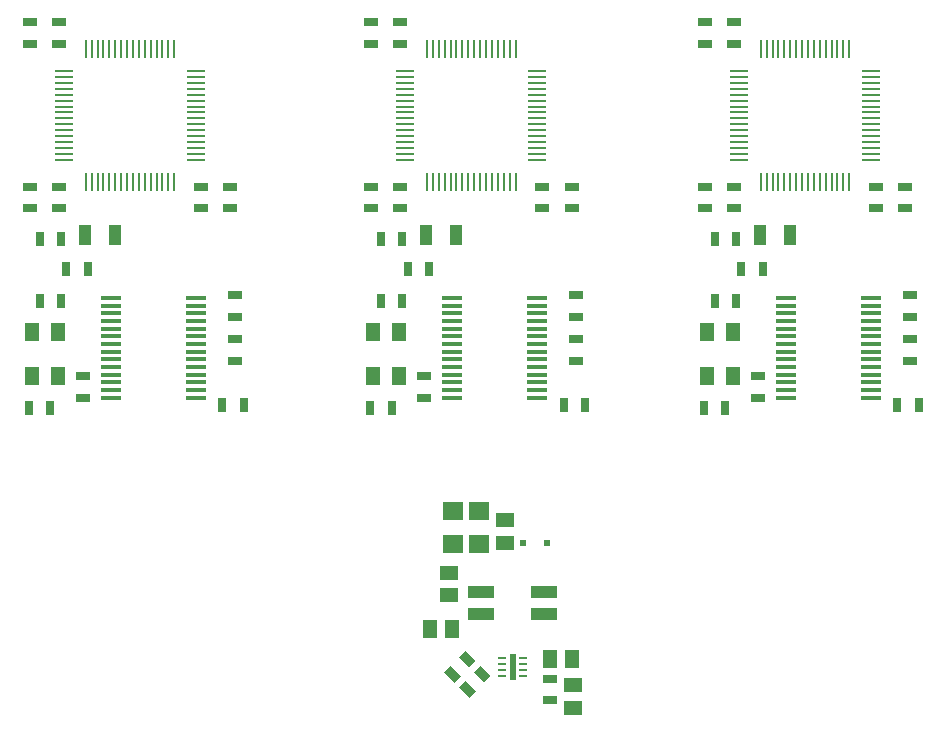
<source format=gtp>
G75*
%MOIN*%
%OFA0B0*%
%FSLAX25Y25*%
%IPPOS*%
%LPD*%
%AMOC8*
5,1,8,0,0,1.08239X$1,22.5*
%
%ADD10R,0.06102X0.00984*%
%ADD11R,0.00984X0.06102*%
%ADD12R,0.06890X0.01575*%
%ADD13R,0.03937X0.07087*%
%ADD14R,0.04724X0.03150*%
%ADD15R,0.03150X0.04724*%
%ADD16R,0.04921X0.06299*%
%ADD17R,0.00984X0.03937*%
%ADD18R,0.03937X0.00984*%
%ADD19R,0.02402X0.08661*%
%ADD20R,0.02756X0.00984*%
%ADD21R,0.05118X0.05906*%
%ADD22R,0.05906X0.05118*%
%ADD23R,0.01969X0.01969*%
%ADD24R,0.08661X0.03937*%
%ADD25R,0.07087X0.06299*%
D10*
X0118356Y0320640D03*
X0118356Y0322608D03*
X0118356Y0324577D03*
X0118356Y0326545D03*
X0118356Y0328514D03*
X0118356Y0330482D03*
X0118356Y0332451D03*
X0118356Y0334419D03*
X0118356Y0336388D03*
X0118356Y0338356D03*
X0118356Y0340325D03*
X0118356Y0342293D03*
X0118356Y0344262D03*
X0118356Y0346230D03*
X0118356Y0348199D03*
X0118356Y0350167D03*
X0162451Y0350167D03*
X0162451Y0348199D03*
X0162451Y0346230D03*
X0162451Y0344262D03*
X0162451Y0342293D03*
X0162451Y0340325D03*
X0162451Y0338356D03*
X0162451Y0336388D03*
X0162451Y0334419D03*
X0162451Y0332451D03*
X0162451Y0330482D03*
X0162451Y0328514D03*
X0162451Y0326545D03*
X0162451Y0324577D03*
X0162451Y0322608D03*
X0162451Y0320640D03*
X0232106Y0320640D03*
X0232106Y0322608D03*
X0232106Y0324577D03*
X0232106Y0326545D03*
X0232106Y0328514D03*
X0232106Y0330482D03*
X0232106Y0332451D03*
X0232106Y0334419D03*
X0232106Y0336388D03*
X0232106Y0338356D03*
X0232106Y0340325D03*
X0232106Y0342293D03*
X0232106Y0344262D03*
X0232106Y0346230D03*
X0232106Y0348199D03*
X0232106Y0350167D03*
X0276201Y0350167D03*
X0276201Y0348199D03*
X0276201Y0346230D03*
X0276201Y0344262D03*
X0276201Y0342293D03*
X0276201Y0340325D03*
X0276201Y0338356D03*
X0276201Y0336388D03*
X0276201Y0334419D03*
X0276201Y0332451D03*
X0276201Y0330482D03*
X0276201Y0328514D03*
X0276201Y0326545D03*
X0276201Y0324577D03*
X0276201Y0322608D03*
X0276201Y0320640D03*
X0343356Y0320640D03*
X0343356Y0322608D03*
X0343356Y0324577D03*
X0343356Y0326545D03*
X0343356Y0328514D03*
X0343356Y0330482D03*
X0343356Y0332451D03*
X0343356Y0334419D03*
X0343356Y0336388D03*
X0343356Y0338356D03*
X0343356Y0340325D03*
X0343356Y0342293D03*
X0343356Y0344262D03*
X0343356Y0346230D03*
X0343356Y0348199D03*
X0343356Y0350167D03*
X0387451Y0350167D03*
X0387451Y0348199D03*
X0387451Y0346230D03*
X0387451Y0344262D03*
X0387451Y0342293D03*
X0387451Y0340325D03*
X0387451Y0338356D03*
X0387451Y0336388D03*
X0387451Y0334419D03*
X0387451Y0332451D03*
X0387451Y0330482D03*
X0387451Y0328514D03*
X0387451Y0326545D03*
X0387451Y0324577D03*
X0387451Y0322608D03*
X0387451Y0320640D03*
D11*
X0380167Y0313356D03*
X0378199Y0313356D03*
X0376230Y0313356D03*
X0374262Y0313356D03*
X0372293Y0313356D03*
X0370325Y0313356D03*
X0368356Y0313356D03*
X0366388Y0313356D03*
X0364419Y0313356D03*
X0362451Y0313356D03*
X0360482Y0313356D03*
X0358514Y0313356D03*
X0356545Y0313356D03*
X0354577Y0313356D03*
X0352608Y0313356D03*
X0350640Y0313356D03*
X0350640Y0357451D03*
X0352608Y0357451D03*
X0354577Y0357451D03*
X0356545Y0357451D03*
X0358514Y0357451D03*
X0360482Y0357451D03*
X0362451Y0357451D03*
X0364419Y0357451D03*
X0366388Y0357451D03*
X0368356Y0357451D03*
X0370325Y0357451D03*
X0372293Y0357451D03*
X0374262Y0357451D03*
X0376230Y0357451D03*
X0378199Y0357451D03*
X0380167Y0357451D03*
X0268917Y0357451D03*
X0266949Y0357451D03*
X0264980Y0357451D03*
X0263012Y0357451D03*
X0261043Y0357451D03*
X0259075Y0357451D03*
X0257106Y0357451D03*
X0255138Y0357451D03*
X0253169Y0357451D03*
X0251201Y0357451D03*
X0249232Y0357451D03*
X0247264Y0357451D03*
X0245295Y0357451D03*
X0243327Y0357451D03*
X0241358Y0357451D03*
X0239390Y0357451D03*
X0239390Y0313356D03*
X0241358Y0313356D03*
X0243327Y0313356D03*
X0245295Y0313356D03*
X0247264Y0313356D03*
X0249232Y0313356D03*
X0251201Y0313356D03*
X0253169Y0313356D03*
X0255138Y0313356D03*
X0257106Y0313356D03*
X0259075Y0313356D03*
X0261043Y0313356D03*
X0263012Y0313356D03*
X0264980Y0313356D03*
X0266949Y0313356D03*
X0268917Y0313356D03*
X0155167Y0313356D03*
X0153199Y0313356D03*
X0151230Y0313356D03*
X0149262Y0313356D03*
X0147293Y0313356D03*
X0145325Y0313356D03*
X0143356Y0313356D03*
X0141388Y0313356D03*
X0139419Y0313356D03*
X0137451Y0313356D03*
X0135482Y0313356D03*
X0133514Y0313356D03*
X0131545Y0313356D03*
X0129577Y0313356D03*
X0127608Y0313356D03*
X0125640Y0313356D03*
X0125640Y0357451D03*
X0127608Y0357451D03*
X0129577Y0357451D03*
X0131545Y0357451D03*
X0133514Y0357451D03*
X0135482Y0357451D03*
X0137451Y0357451D03*
X0139419Y0357451D03*
X0141388Y0357451D03*
X0143356Y0357451D03*
X0145325Y0357451D03*
X0147293Y0357451D03*
X0149262Y0357451D03*
X0151230Y0357451D03*
X0153199Y0357451D03*
X0155167Y0357451D03*
D12*
X0162451Y0274537D03*
X0162451Y0271978D03*
X0162451Y0269419D03*
X0162451Y0266860D03*
X0162451Y0264301D03*
X0162451Y0261742D03*
X0162451Y0259183D03*
X0162451Y0256624D03*
X0162451Y0254065D03*
X0162451Y0251506D03*
X0162451Y0248947D03*
X0162451Y0246388D03*
X0162451Y0243829D03*
X0162451Y0241270D03*
X0134104Y0241270D03*
X0134104Y0243829D03*
X0134104Y0246388D03*
X0134104Y0248947D03*
X0134104Y0251506D03*
X0134104Y0254065D03*
X0134104Y0256624D03*
X0134104Y0259183D03*
X0134104Y0261742D03*
X0134104Y0264301D03*
X0134104Y0266860D03*
X0134104Y0269419D03*
X0134104Y0271978D03*
X0134104Y0274537D03*
X0247854Y0274537D03*
X0247854Y0271978D03*
X0247854Y0269419D03*
X0247854Y0266860D03*
X0247854Y0264301D03*
X0247854Y0261742D03*
X0247854Y0259183D03*
X0247854Y0256624D03*
X0247854Y0254065D03*
X0247854Y0251506D03*
X0247854Y0248947D03*
X0247854Y0246388D03*
X0247854Y0243829D03*
X0247854Y0241270D03*
X0276201Y0241270D03*
X0276201Y0243829D03*
X0276201Y0246388D03*
X0276201Y0248947D03*
X0276201Y0251506D03*
X0276201Y0254065D03*
X0276201Y0256624D03*
X0276201Y0259183D03*
X0276201Y0261742D03*
X0276201Y0264301D03*
X0276201Y0266860D03*
X0276201Y0269419D03*
X0276201Y0271978D03*
X0276201Y0274537D03*
X0359104Y0274537D03*
X0359104Y0271978D03*
X0359104Y0269419D03*
X0359104Y0266860D03*
X0359104Y0264301D03*
X0359104Y0261742D03*
X0359104Y0259183D03*
X0359104Y0256624D03*
X0359104Y0254065D03*
X0359104Y0251506D03*
X0359104Y0248947D03*
X0359104Y0246388D03*
X0359104Y0243829D03*
X0359104Y0241270D03*
X0387451Y0241270D03*
X0387451Y0243829D03*
X0387451Y0246388D03*
X0387451Y0248947D03*
X0387451Y0251506D03*
X0387451Y0254065D03*
X0387451Y0256624D03*
X0387451Y0259183D03*
X0387451Y0261742D03*
X0387451Y0264301D03*
X0387451Y0266860D03*
X0387451Y0269419D03*
X0387451Y0271978D03*
X0387451Y0274537D03*
D13*
X0360325Y0295404D03*
X0350482Y0295404D03*
X0249075Y0295404D03*
X0239232Y0295404D03*
X0135325Y0295404D03*
X0125482Y0295404D03*
D14*
X0116781Y0304380D03*
X0116781Y0311467D03*
X0106939Y0311467D03*
X0106939Y0304380D03*
X0106939Y0359341D03*
X0106939Y0366427D03*
X0116781Y0366427D03*
X0116781Y0359341D03*
X0164026Y0311467D03*
X0173868Y0311467D03*
X0173868Y0304380D03*
X0164026Y0304380D03*
X0175344Y0275384D03*
X0175344Y0268297D03*
X0175344Y0260778D03*
X0175344Y0253691D03*
X0220689Y0304380D03*
X0220689Y0311467D03*
X0230531Y0311467D03*
X0230531Y0304380D03*
X0277776Y0304380D03*
X0277776Y0311467D03*
X0287618Y0311467D03*
X0287618Y0304380D03*
X0289094Y0275384D03*
X0289094Y0268297D03*
X0289094Y0260778D03*
X0289094Y0253691D03*
X0238504Y0248376D03*
X0238504Y0241289D03*
X0280404Y0147697D03*
X0280404Y0140610D03*
X0349754Y0241289D03*
X0349754Y0248376D03*
X0400344Y0253691D03*
X0400344Y0260778D03*
X0400344Y0268297D03*
X0400344Y0275384D03*
X0398868Y0304380D03*
X0398868Y0311467D03*
X0389026Y0311467D03*
X0389026Y0304380D03*
X0341781Y0304380D03*
X0341781Y0311467D03*
X0331939Y0311467D03*
X0331939Y0304380D03*
X0331939Y0359341D03*
X0331939Y0366427D03*
X0341781Y0366427D03*
X0341781Y0359341D03*
X0230531Y0359341D03*
X0230531Y0366427D03*
X0220689Y0366427D03*
X0220689Y0359341D03*
X0124754Y0248376D03*
X0124754Y0241289D03*
D15*
X0106762Y0237963D03*
X0113848Y0237963D03*
X0110364Y0273396D03*
X0117451Y0273396D03*
X0119222Y0284222D03*
X0117451Y0294065D03*
X0110364Y0294065D03*
X0126309Y0284222D03*
X0171230Y0238947D03*
X0178317Y0238947D03*
X0220512Y0237963D03*
X0227598Y0237963D03*
X0224114Y0273396D03*
X0231201Y0273396D03*
X0232972Y0284222D03*
X0240059Y0284222D03*
X0231201Y0294065D03*
X0224114Y0294065D03*
X0284980Y0238947D03*
X0292067Y0238947D03*
X0331762Y0237963D03*
X0338848Y0237963D03*
X0335364Y0273396D03*
X0342451Y0273396D03*
X0344222Y0284222D03*
X0351309Y0284222D03*
X0342451Y0294065D03*
X0335364Y0294065D03*
X0396230Y0238947D03*
X0403317Y0238947D03*
G36*
X0260692Y0148603D02*
X0258465Y0146376D01*
X0255126Y0149715D01*
X0257353Y0151942D01*
X0260692Y0148603D01*
G37*
G36*
X0255681Y0143592D02*
X0253454Y0141365D01*
X0250115Y0144704D01*
X0252342Y0146931D01*
X0255681Y0143592D01*
G37*
G36*
X0245115Y0149704D02*
X0247342Y0151931D01*
X0250681Y0148592D01*
X0248454Y0146365D01*
X0245115Y0149704D01*
G37*
G36*
X0250126Y0154715D02*
X0252353Y0156942D01*
X0255692Y0153603D01*
X0253465Y0151376D01*
X0250126Y0154715D01*
G37*
D16*
X0230020Y0248474D03*
X0221358Y0248474D03*
X0221358Y0263041D03*
X0230020Y0263041D03*
X0332608Y0263041D03*
X0341270Y0263041D03*
X0341270Y0248474D03*
X0332608Y0248474D03*
X0116270Y0248474D03*
X0107608Y0248474D03*
X0107608Y0263041D03*
X0116270Y0263041D03*
D17*
X0170522Y0238947D03*
X0284272Y0238947D03*
X0395522Y0238947D03*
D18*
X0400344Y0261093D03*
X0349754Y0248691D03*
X0289094Y0261093D03*
X0238504Y0248691D03*
X0175344Y0261093D03*
X0173873Y0312237D03*
X0220758Y0312159D03*
X0220558Y0358878D03*
X0287623Y0312237D03*
X0332008Y0312159D03*
X0331808Y0358878D03*
X0398873Y0312237D03*
X0124754Y0248691D03*
X0107008Y0312159D03*
X0106808Y0358878D03*
D19*
X0267904Y0151654D03*
D20*
X0271545Y0152638D03*
X0271545Y0154606D03*
X0271545Y0150669D03*
X0271545Y0148701D03*
X0264262Y0148701D03*
X0264262Y0150669D03*
X0264262Y0152638D03*
X0264262Y0154606D03*
D21*
X0280413Y0154154D03*
X0287894Y0154154D03*
X0247894Y0164154D03*
X0240413Y0164154D03*
D22*
X0246654Y0175413D03*
X0246654Y0182894D03*
X0265404Y0192913D03*
X0265404Y0200394D03*
X0287904Y0145394D03*
X0287904Y0137913D03*
D23*
X0279537Y0192904D03*
X0271270Y0192904D03*
D24*
X0278337Y0176447D03*
X0278337Y0169360D03*
X0257470Y0169360D03*
X0257470Y0176447D03*
D25*
X0256654Y0192392D03*
X0247904Y0192392D03*
X0247904Y0203415D03*
X0256654Y0203415D03*
M02*

</source>
